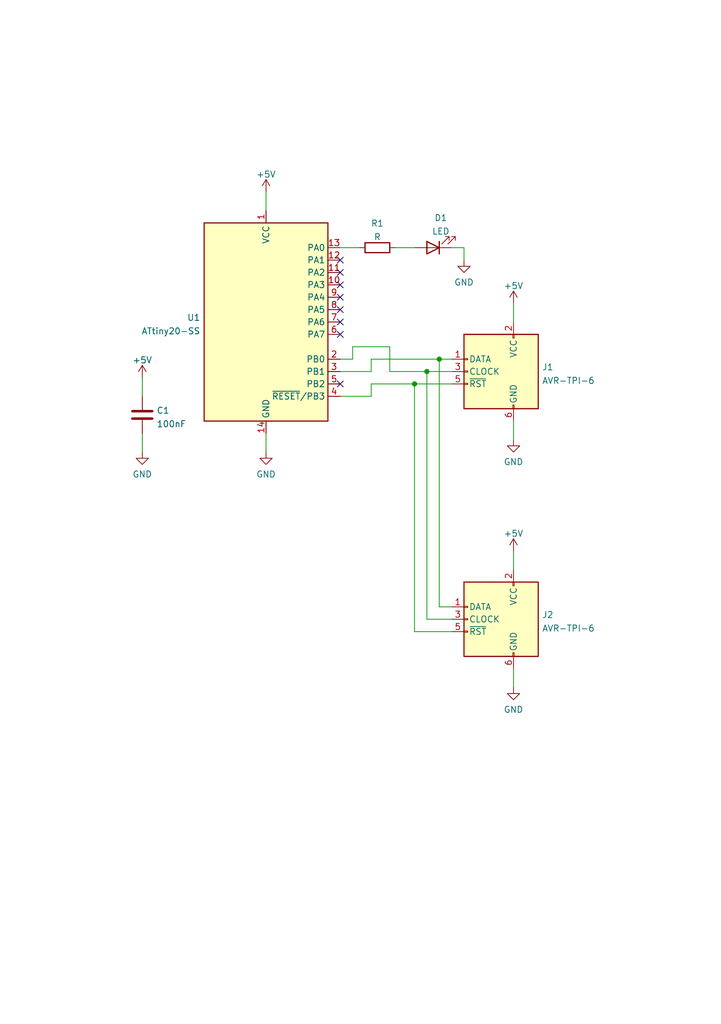
<source format=kicad_sch>
(kicad_sch (version 20211123) (generator eeschema)

  (uuid e63e39d7-6ac0-4ffd-8aa3-1841a4541b55)

  (paper "A5" portrait)

  (title_block
    (title "eAVR6 Example")
    (company "Nakamura Labs")
    (comment 1 "https://github.com/kiu/eAVR")
  )

  (lib_symbols
    (symbol "Connector:AVR-TPI-6" (pin_names (offset 1.016)) (in_bom yes) (on_board yes)
      (property "Reference" "J" (id 0) (at -6.35 8.89 0)
        (effects (font (size 1.27 1.27)) (justify left))
      )
      (property "Value" "AVR-TPI-6" (id 1) (at 0 8.89 0)
        (effects (font (size 1.27 1.27)) (justify left))
      )
      (property "Footprint" "" (id 2) (at -6.35 -1.27 90)
        (effects (font (size 1.27 1.27)) hide)
      )
      (property "Datasheet" " ~" (id 3) (at -32.385 -13.97 0)
        (effects (font (size 1.27 1.27)) hide)
      )
      (property "ki_keywords" "AVR TPI Connector" (id 4) (at 0 0 0)
        (effects (font (size 1.27 1.27)) hide)
      )
      (property "ki_description" "Atmel 6-pin TPI connector" (id 5) (at 0 0 0)
        (effects (font (size 1.27 1.27)) hide)
      )
      (property "ki_fp_filters" "IDC?Header*2x03* Pin?Header*2x03*" (id 6) (at 0 0 0)
        (effects (font (size 1.27 1.27)) hide)
      )
      (symbol "AVR-TPI-6_0_1"
        (rectangle (start -2.667 -6.858) (end -2.413 -7.62)
          (stroke (width 0) (type default) (color 0 0 0 0))
          (fill (type none))
        )
        (rectangle (start -2.667 7.62) (end -2.413 6.858)
          (stroke (width 0) (type default) (color 0 0 0 0))
          (fill (type none))
        )
        (rectangle (start 7.62 -2.413) (end 6.858 -2.667)
          (stroke (width 0) (type default) (color 0 0 0 0))
          (fill (type none))
        )
        (rectangle (start 7.62 0.127) (end 6.858 -0.127)
          (stroke (width 0) (type default) (color 0 0 0 0))
          (fill (type none))
        )
        (rectangle (start 7.62 2.667) (end 6.858 2.413)
          (stroke (width 0) (type default) (color 0 0 0 0))
          (fill (type none))
        )
        (rectangle (start 7.62 7.62) (end -7.62 -7.62)
          (stroke (width 0.254) (type default) (color 0 0 0 0))
          (fill (type background))
        )
      )
      (symbol "AVR-TPI-6_1_1"
        (pin passive line (at 10.16 2.54 180) (length 2.54)
          (name "DATA" (effects (font (size 1.27 1.27))))
          (number "1" (effects (font (size 1.27 1.27))))
        )
        (pin passive line (at -2.54 10.16 270) (length 2.54)
          (name "VCC" (effects (font (size 1.27 1.27))))
          (number "2" (effects (font (size 1.27 1.27))))
        )
        (pin passive line (at 10.16 0 180) (length 2.54)
          (name "CLOCK" (effects (font (size 1.27 1.27))))
          (number "3" (effects (font (size 1.27 1.27))))
        )
        (pin no_connect line (at 7.62 -5.08 180) (length 2.54) hide
          (name "NC" (effects (font (size 1.27 1.27))))
          (number "4" (effects (font (size 1.27 1.27))))
        )
        (pin passive line (at 10.16 -2.54 180) (length 2.54)
          (name "~{RST}" (effects (font (size 1.27 1.27))))
          (number "5" (effects (font (size 1.27 1.27))))
        )
        (pin passive line (at -2.54 -10.16 90) (length 2.54)
          (name "GND" (effects (font (size 1.27 1.27))))
          (number "6" (effects (font (size 1.27 1.27))))
        )
      )
    )
    (symbol "Device:C" (pin_numbers hide) (pin_names (offset 0.254)) (in_bom yes) (on_board yes)
      (property "Reference" "C" (id 0) (at 0.635 2.54 0)
        (effects (font (size 1.27 1.27)) (justify left))
      )
      (property "Value" "C" (id 1) (at 0.635 -2.54 0)
        (effects (font (size 1.27 1.27)) (justify left))
      )
      (property "Footprint" "" (id 2) (at 0.9652 -3.81 0)
        (effects (font (size 1.27 1.27)) hide)
      )
      (property "Datasheet" "~" (id 3) (at 0 0 0)
        (effects (font (size 1.27 1.27)) hide)
      )
      (property "ki_keywords" "cap capacitor" (id 4) (at 0 0 0)
        (effects (font (size 1.27 1.27)) hide)
      )
      (property "ki_description" "Unpolarized capacitor" (id 5) (at 0 0 0)
        (effects (font (size 1.27 1.27)) hide)
      )
      (property "ki_fp_filters" "C_*" (id 6) (at 0 0 0)
        (effects (font (size 1.27 1.27)) hide)
      )
      (symbol "C_0_1"
        (polyline
          (pts
            (xy -2.032 -0.762)
            (xy 2.032 -0.762)
          )
          (stroke (width 0.508) (type default) (color 0 0 0 0))
          (fill (type none))
        )
        (polyline
          (pts
            (xy -2.032 0.762)
            (xy 2.032 0.762)
          )
          (stroke (width 0.508) (type default) (color 0 0 0 0))
          (fill (type none))
        )
      )
      (symbol "C_1_1"
        (pin passive line (at 0 3.81 270) (length 2.794)
          (name "~" (effects (font (size 1.27 1.27))))
          (number "1" (effects (font (size 1.27 1.27))))
        )
        (pin passive line (at 0 -3.81 90) (length 2.794)
          (name "~" (effects (font (size 1.27 1.27))))
          (number "2" (effects (font (size 1.27 1.27))))
        )
      )
    )
    (symbol "Device:LED" (pin_numbers hide) (pin_names (offset 1.016) hide) (in_bom yes) (on_board yes)
      (property "Reference" "D" (id 0) (at 0 2.54 0)
        (effects (font (size 1.27 1.27)))
      )
      (property "Value" "LED" (id 1) (at 0 -2.54 0)
        (effects (font (size 1.27 1.27)))
      )
      (property "Footprint" "" (id 2) (at 0 0 0)
        (effects (font (size 1.27 1.27)) hide)
      )
      (property "Datasheet" "~" (id 3) (at 0 0 0)
        (effects (font (size 1.27 1.27)) hide)
      )
      (property "ki_keywords" "LED diode" (id 4) (at 0 0 0)
        (effects (font (size 1.27 1.27)) hide)
      )
      (property "ki_description" "Light emitting diode" (id 5) (at 0 0 0)
        (effects (font (size 1.27 1.27)) hide)
      )
      (property "ki_fp_filters" "LED* LED_SMD:* LED_THT:*" (id 6) (at 0 0 0)
        (effects (font (size 1.27 1.27)) hide)
      )
      (symbol "LED_0_1"
        (polyline
          (pts
            (xy -1.27 -1.27)
            (xy -1.27 1.27)
          )
          (stroke (width 0.254) (type default) (color 0 0 0 0))
          (fill (type none))
        )
        (polyline
          (pts
            (xy -1.27 0)
            (xy 1.27 0)
          )
          (stroke (width 0) (type default) (color 0 0 0 0))
          (fill (type none))
        )
        (polyline
          (pts
            (xy 1.27 -1.27)
            (xy 1.27 1.27)
            (xy -1.27 0)
            (xy 1.27 -1.27)
          )
          (stroke (width 0.254) (type default) (color 0 0 0 0))
          (fill (type none))
        )
        (polyline
          (pts
            (xy -3.048 -0.762)
            (xy -4.572 -2.286)
            (xy -3.81 -2.286)
            (xy -4.572 -2.286)
            (xy -4.572 -1.524)
          )
          (stroke (width 0) (type default) (color 0 0 0 0))
          (fill (type none))
        )
        (polyline
          (pts
            (xy -1.778 -0.762)
            (xy -3.302 -2.286)
            (xy -2.54 -2.286)
            (xy -3.302 -2.286)
            (xy -3.302 -1.524)
          )
          (stroke (width 0) (type default) (color 0 0 0 0))
          (fill (type none))
        )
      )
      (symbol "LED_1_1"
        (pin passive line (at -3.81 0 0) (length 2.54)
          (name "K" (effects (font (size 1.27 1.27))))
          (number "1" (effects (font (size 1.27 1.27))))
        )
        (pin passive line (at 3.81 0 180) (length 2.54)
          (name "A" (effects (font (size 1.27 1.27))))
          (number "2" (effects (font (size 1.27 1.27))))
        )
      )
    )
    (symbol "Device:R" (pin_numbers hide) (pin_names (offset 0)) (in_bom yes) (on_board yes)
      (property "Reference" "R" (id 0) (at 2.032 0 90)
        (effects (font (size 1.27 1.27)))
      )
      (property "Value" "R" (id 1) (at 0 0 90)
        (effects (font (size 1.27 1.27)))
      )
      (property "Footprint" "" (id 2) (at -1.778 0 90)
        (effects (font (size 1.27 1.27)) hide)
      )
      (property "Datasheet" "~" (id 3) (at 0 0 0)
        (effects (font (size 1.27 1.27)) hide)
      )
      (property "ki_keywords" "R res resistor" (id 4) (at 0 0 0)
        (effects (font (size 1.27 1.27)) hide)
      )
      (property "ki_description" "Resistor" (id 5) (at 0 0 0)
        (effects (font (size 1.27 1.27)) hide)
      )
      (property "ki_fp_filters" "R_*" (id 6) (at 0 0 0)
        (effects (font (size 1.27 1.27)) hide)
      )
      (symbol "R_0_1"
        (rectangle (start -1.016 -2.54) (end 1.016 2.54)
          (stroke (width 0.254) (type default) (color 0 0 0 0))
          (fill (type none))
        )
      )
      (symbol "R_1_1"
        (pin passive line (at 0 3.81 270) (length 1.27)
          (name "~" (effects (font (size 1.27 1.27))))
          (number "1" (effects (font (size 1.27 1.27))))
        )
        (pin passive line (at 0 -3.81 90) (length 1.27)
          (name "~" (effects (font (size 1.27 1.27))))
          (number "2" (effects (font (size 1.27 1.27))))
        )
      )
    )
    (symbol "MCU_Microchip_ATtiny:ATtiny20-SS" (in_bom yes) (on_board yes)
      (property "Reference" "U" (id 0) (at -12.7 21.59 0)
        (effects (font (size 1.27 1.27)) (justify left bottom))
      )
      (property "Value" "ATtiny20-SS" (id 1) (at 2.54 -21.59 0)
        (effects (font (size 1.27 1.27)) (justify left top))
      )
      (property "Footprint" "Package_SO:SOIC-14_3.9x8.7mm_P1.27mm" (id 2) (at 0 0 0)
        (effects (font (size 1.27 1.27) italic) hide)
      )
      (property "Datasheet" "http://ww1.microchip.com/downloads/en/DeviceDoc/atmel-8235-8-bit-avr-microcontroller-attiny20_datasheet.pdf" (id 3) (at 0 0 0)
        (effects (font (size 1.27 1.27)) hide)
      )
      (property "ki_keywords" "AVR 8bit Microcontroller tinyAVR" (id 4) (at 0 0 0)
        (effects (font (size 1.27 1.27)) hide)
      )
      (property "ki_description" "12MHz, 2kB Flash, 128B SRAM, No EEPROM, SOIC-14" (id 5) (at 0 0 0)
        (effects (font (size 1.27 1.27)) hide)
      )
      (property "ki_fp_filters" "SOIC*3.9x8.7mm*P1.27mm*" (id 6) (at 0 0 0)
        (effects (font (size 1.27 1.27)) hide)
      )
      (symbol "ATtiny20-SS_0_1"
        (rectangle (start -12.7 -20.32) (end 12.7 20.32)
          (stroke (width 0.254) (type default) (color 0 0 0 0))
          (fill (type background))
        )
      )
      (symbol "ATtiny20-SS_1_1"
        (pin power_in line (at 0 22.86 270) (length 2.54)
          (name "VCC" (effects (font (size 1.27 1.27))))
          (number "1" (effects (font (size 1.27 1.27))))
        )
        (pin bidirectional line (at 15.24 7.62 180) (length 2.54)
          (name "PA3" (effects (font (size 1.27 1.27))))
          (number "10" (effects (font (size 1.27 1.27))))
        )
        (pin bidirectional line (at 15.24 10.16 180) (length 2.54)
          (name "PA2" (effects (font (size 1.27 1.27))))
          (number "11" (effects (font (size 1.27 1.27))))
        )
        (pin bidirectional line (at 15.24 12.7 180) (length 2.54)
          (name "PA1" (effects (font (size 1.27 1.27))))
          (number "12" (effects (font (size 1.27 1.27))))
        )
        (pin bidirectional line (at 15.24 15.24 180) (length 2.54)
          (name "PA0" (effects (font (size 1.27 1.27))))
          (number "13" (effects (font (size 1.27 1.27))))
        )
        (pin power_in line (at 0 -22.86 90) (length 2.54)
          (name "GND" (effects (font (size 1.27 1.27))))
          (number "14" (effects (font (size 1.27 1.27))))
        )
        (pin bidirectional line (at 15.24 -7.62 180) (length 2.54)
          (name "PB0" (effects (font (size 1.27 1.27))))
          (number "2" (effects (font (size 1.27 1.27))))
        )
        (pin bidirectional line (at 15.24 -10.16 180) (length 2.54)
          (name "PB1" (effects (font (size 1.27 1.27))))
          (number "3" (effects (font (size 1.27 1.27))))
        )
        (pin bidirectional line (at 15.24 -15.24 180) (length 2.54)
          (name "~{RESET}/PB3" (effects (font (size 1.27 1.27))))
          (number "4" (effects (font (size 1.27 1.27))))
        )
        (pin bidirectional line (at 15.24 -12.7 180) (length 2.54)
          (name "PB2" (effects (font (size 1.27 1.27))))
          (number "5" (effects (font (size 1.27 1.27))))
        )
        (pin bidirectional line (at 15.24 -2.54 180) (length 2.54)
          (name "PA7" (effects (font (size 1.27 1.27))))
          (number "6" (effects (font (size 1.27 1.27))))
        )
        (pin bidirectional line (at 15.24 0 180) (length 2.54)
          (name "PA6" (effects (font (size 1.27 1.27))))
          (number "7" (effects (font (size 1.27 1.27))))
        )
        (pin bidirectional line (at 15.24 2.54 180) (length 2.54)
          (name "PA5" (effects (font (size 1.27 1.27))))
          (number "8" (effects (font (size 1.27 1.27))))
        )
        (pin bidirectional line (at 15.24 5.08 180) (length 2.54)
          (name "PA4" (effects (font (size 1.27 1.27))))
          (number "9" (effects (font (size 1.27 1.27))))
        )
      )
    )
    (symbol "power:+5V" (power) (pin_names (offset 0)) (in_bom yes) (on_board yes)
      (property "Reference" "#PWR" (id 0) (at 0 -3.81 0)
        (effects (font (size 1.27 1.27)) hide)
      )
      (property "Value" "+5V" (id 1) (at 0 3.556 0)
        (effects (font (size 1.27 1.27)))
      )
      (property "Footprint" "" (id 2) (at 0 0 0)
        (effects (font (size 1.27 1.27)) hide)
      )
      (property "Datasheet" "" (id 3) (at 0 0 0)
        (effects (font (size 1.27 1.27)) hide)
      )
      (property "ki_keywords" "power-flag" (id 4) (at 0 0 0)
        (effects (font (size 1.27 1.27)) hide)
      )
      (property "ki_description" "Power symbol creates a global label with name \"+5V\"" (id 5) (at 0 0 0)
        (effects (font (size 1.27 1.27)) hide)
      )
      (symbol "+5V_0_1"
        (polyline
          (pts
            (xy -0.762 1.27)
            (xy 0 2.54)
          )
          (stroke (width 0) (type default) (color 0 0 0 0))
          (fill (type none))
        )
        (polyline
          (pts
            (xy 0 0)
            (xy 0 2.54)
          )
          (stroke (width 0) (type default) (color 0 0 0 0))
          (fill (type none))
        )
        (polyline
          (pts
            (xy 0 2.54)
            (xy 0.762 1.27)
          )
          (stroke (width 0) (type default) (color 0 0 0 0))
          (fill (type none))
        )
      )
      (symbol "+5V_1_1"
        (pin power_in line (at 0 0 90) (length 0) hide
          (name "+5V" (effects (font (size 1.27 1.27))))
          (number "1" (effects (font (size 1.27 1.27))))
        )
      )
    )
    (symbol "power:GND" (power) (pin_names (offset 0)) (in_bom yes) (on_board yes)
      (property "Reference" "#PWR" (id 0) (at 0 -6.35 0)
        (effects (font (size 1.27 1.27)) hide)
      )
      (property "Value" "GND" (id 1) (at 0 -3.81 0)
        (effects (font (size 1.27 1.27)))
      )
      (property "Footprint" "" (id 2) (at 0 0 0)
        (effects (font (size 1.27 1.27)) hide)
      )
      (property "Datasheet" "" (id 3) (at 0 0 0)
        (effects (font (size 1.27 1.27)) hide)
      )
      (property "ki_keywords" "power-flag" (id 4) (at 0 0 0)
        (effects (font (size 1.27 1.27)) hide)
      )
      (property "ki_description" "Power symbol creates a global label with name \"GND\" , ground" (id 5) (at 0 0 0)
        (effects (font (size 1.27 1.27)) hide)
      )
      (symbol "GND_0_1"
        (polyline
          (pts
            (xy 0 0)
            (xy 0 -1.27)
            (xy 1.27 -1.27)
            (xy 0 -2.54)
            (xy -1.27 -1.27)
            (xy 0 -1.27)
          )
          (stroke (width 0) (type default) (color 0 0 0 0))
          (fill (type none))
        )
      )
      (symbol "GND_1_1"
        (pin power_in line (at 0 0 270) (length 0) hide
          (name "GND" (effects (font (size 1.27 1.27))))
          (number "1" (effects (font (size 1.27 1.27))))
        )
      )
    )
  )

  (junction (at 87.63 76.2) (diameter 0) (color 0 0 0 0)
    (uuid 0a2b9c3e-f5be-4138-abde-b3a5849510cd)
  )
  (junction (at 90.17 73.66) (diameter 0) (color 0 0 0 0)
    (uuid 0e8d9b86-b6ae-4a6b-ad6e-1e118b122a5a)
  )
  (junction (at 85.09 78.74) (diameter 0) (color 0 0 0 0)
    (uuid 9b0a467a-0c0b-438d-aace-9897fb5dba07)
  )

  (no_connect (at 69.85 53.34) (uuid a71bbb0c-8bf6-47f2-889e-4ba7c9d6b81d))
  (no_connect (at 69.85 60.96) (uuid a71bbb0c-8bf6-47f2-889e-4ba7c9d6b81d))
  (no_connect (at 69.85 58.42) (uuid a71bbb0c-8bf6-47f2-889e-4ba7c9d6b81d))
  (no_connect (at 69.85 55.88) (uuid a71bbb0c-8bf6-47f2-889e-4ba7c9d6b81d))
  (no_connect (at 69.85 78.74) (uuid a71bbb0c-8bf6-47f2-889e-4ba7c9d6b81d))
  (no_connect (at 69.85 63.5) (uuid a71bbb0c-8bf6-47f2-889e-4ba7c9d6b81d))
  (no_connect (at 69.85 68.58) (uuid a71bbb0c-8bf6-47f2-889e-4ba7c9d6b81d))
  (no_connect (at 69.85 66.04) (uuid a71bbb0c-8bf6-47f2-889e-4ba7c9d6b81d))

  (wire (pts (xy 90.17 73.66) (xy 92.71 73.66))
    (stroke (width 0) (type default) (color 0 0 0 0))
    (uuid 03e5f15d-5475-464e-9467-3625632dd1d5)
  )
  (wire (pts (xy 105.41 113.03) (xy 105.41 116.84))
    (stroke (width 0) (type default) (color 0 0 0 0))
    (uuid 083154c7-a8c7-4d3e-a8f6-355b60c22ce4)
  )
  (wire (pts (xy 81.28 50.8) (xy 85.09 50.8))
    (stroke (width 0) (type default) (color 0 0 0 0))
    (uuid 15a5a11b-0ea1-4f6e-b356-cc2d530615ed)
  )
  (wire (pts (xy 72.39 71.12) (xy 72.39 73.66))
    (stroke (width 0) (type default) (color 0 0 0 0))
    (uuid 181f5d33-c7df-43a7-9df2-2af425304845)
  )
  (wire (pts (xy 76.2 78.74) (xy 85.09 78.74))
    (stroke (width 0) (type default) (color 0 0 0 0))
    (uuid 182928b8-184b-4aa5-bf9d-d92eb89c0029)
  )
  (wire (pts (xy 90.17 124.46) (xy 90.17 73.66))
    (stroke (width 0) (type default) (color 0 0 0 0))
    (uuid 1aa35c43-54e8-4964-8ad9-d7d50decf48e)
  )
  (wire (pts (xy 105.41 62.23) (xy 105.41 66.04))
    (stroke (width 0) (type default) (color 0 0 0 0))
    (uuid 1ef9e351-5049-45a5-89ec-dabd37aec07c)
  )
  (wire (pts (xy 29.21 77.47) (xy 29.21 81.28))
    (stroke (width 0) (type default) (color 0 0 0 0))
    (uuid 3768cce7-1e64-480e-bb38-0c6794a852ac)
  )
  (wire (pts (xy 69.85 76.2) (xy 76.2 76.2))
    (stroke (width 0) (type default) (color 0 0 0 0))
    (uuid 3e2a32e5-b5c7-4c0d-a0d4-45f64321c610)
  )
  (wire (pts (xy 54.61 39.37) (xy 54.61 43.18))
    (stroke (width 0) (type default) (color 0 0 0 0))
    (uuid 3f02b955-c489-4feb-aad2-8789da11c093)
  )
  (wire (pts (xy 105.41 137.16) (xy 105.41 140.97))
    (stroke (width 0) (type default) (color 0 0 0 0))
    (uuid 43e94c1d-33d9-4e5c-b6ec-a53903c476f5)
  )
  (wire (pts (xy 85.09 129.54) (xy 85.09 78.74))
    (stroke (width 0) (type default) (color 0 0 0 0))
    (uuid 4409ef40-6921-4b79-aa25-474f44642cfb)
  )
  (wire (pts (xy 80.01 71.12) (xy 80.01 76.2))
    (stroke (width 0) (type default) (color 0 0 0 0))
    (uuid 561d6757-0026-4bb5-8493-3301b2a64066)
  )
  (wire (pts (xy 80.01 76.2) (xy 87.63 76.2))
    (stroke (width 0) (type default) (color 0 0 0 0))
    (uuid 59c2cab0-b4bb-4b86-93cc-cb2e211e6222)
  )
  (wire (pts (xy 69.85 81.28) (xy 76.2 81.28))
    (stroke (width 0) (type default) (color 0 0 0 0))
    (uuid 5d7a19ae-3c9f-46b3-a4e8-6e8bd7aeccd4)
  )
  (wire (pts (xy 54.61 88.9) (xy 54.61 92.71))
    (stroke (width 0) (type default) (color 0 0 0 0))
    (uuid 6c631ffb-c14a-464f-98d0-861e8473a58d)
  )
  (wire (pts (xy 76.2 73.66) (xy 90.17 73.66))
    (stroke (width 0) (type default) (color 0 0 0 0))
    (uuid 6e5ed149-f438-4fd7-b402-0b1b4c64c4e7)
  )
  (wire (pts (xy 92.71 124.46) (xy 90.17 124.46))
    (stroke (width 0) (type default) (color 0 0 0 0))
    (uuid 76b92047-fcde-43e9-8e02-594383a2bc1d)
  )
  (wire (pts (xy 29.21 88.9) (xy 29.21 92.71))
    (stroke (width 0) (type default) (color 0 0 0 0))
    (uuid 778b0e81-d70b-4705-ae45-b4c475c88dab)
  )
  (wire (pts (xy 87.63 76.2) (xy 92.71 76.2))
    (stroke (width 0) (type default) (color 0 0 0 0))
    (uuid 835edf9e-d101-49f8-a868-a3e61142c1e9)
  )
  (wire (pts (xy 105.41 86.36) (xy 105.41 90.17))
    (stroke (width 0) (type default) (color 0 0 0 0))
    (uuid ac8e21f9-e1ef-4589-a5a8-9a254cf1f54c)
  )
  (wire (pts (xy 87.63 127) (xy 87.63 76.2))
    (stroke (width 0) (type default) (color 0 0 0 0))
    (uuid ad5de2dd-73a8-4a8a-a60a-bba78ddbbf24)
  )
  (wire (pts (xy 85.09 78.74) (xy 92.71 78.74))
    (stroke (width 0) (type default) (color 0 0 0 0))
    (uuid c285a3d4-9888-4cdb-b5a2-b6caaabce8f2)
  )
  (wire (pts (xy 92.71 50.8) (xy 95.25 50.8))
    (stroke (width 0) (type default) (color 0 0 0 0))
    (uuid c7db4903-f95a-49f5-bcce-c52f0ca8defc)
  )
  (wire (pts (xy 69.85 50.8) (xy 73.66 50.8))
    (stroke (width 0) (type default) (color 0 0 0 0))
    (uuid c8b93f12-bc5c-4ce5-b954-377d903895f1)
  )
  (wire (pts (xy 76.2 81.28) (xy 76.2 78.74))
    (stroke (width 0) (type default) (color 0 0 0 0))
    (uuid d6d8d28a-e160-4985-8435-feeee6426cd4)
  )
  (wire (pts (xy 92.71 129.54) (xy 85.09 129.54))
    (stroke (width 0) (type default) (color 0 0 0 0))
    (uuid dddf5e61-a1a8-4da3-a85d-24ef97b5bf76)
  )
  (wire (pts (xy 76.2 76.2) (xy 76.2 73.66))
    (stroke (width 0) (type default) (color 0 0 0 0))
    (uuid e3f4512d-3d0e-4eb2-8afe-f62c4a620f65)
  )
  (wire (pts (xy 92.71 127) (xy 87.63 127))
    (stroke (width 0) (type default) (color 0 0 0 0))
    (uuid ea387b16-bd5c-44dc-a03a-c1e3c1aad828)
  )
  (wire (pts (xy 95.25 50.8) (xy 95.25 53.34))
    (stroke (width 0) (type default) (color 0 0 0 0))
    (uuid eb7e294c-b398-413b-8b78-85a66ed5f3ea)
  )
  (wire (pts (xy 72.39 73.66) (xy 69.85 73.66))
    (stroke (width 0) (type default) (color 0 0 0 0))
    (uuid ee426ba5-5805-4b6f-8e78-60387fd503d2)
  )
  (wire (pts (xy 80.01 71.12) (xy 72.39 71.12))
    (stroke (width 0) (type default) (color 0 0 0 0))
    (uuid f3bc2791-edf4-4b72-86f4-f6624b0cced0)
  )

  (symbol (lib_id "power:GND") (at 105.41 140.97 0) (unit 1)
    (in_bom yes) (on_board yes) (fields_autoplaced)
    (uuid 04f25470-ddeb-41ae-bfe1-5dbe6d4edf2b)
    (property "Reference" "#PWR09" (id 0) (at 105.41 147.32 0)
      (effects (font (size 1.27 1.27)) hide)
    )
    (property "Value" "GND" (id 1) (at 105.41 145.5325 0))
    (property "Footprint" "" (id 2) (at 105.41 140.97 0)
      (effects (font (size 1.27 1.27)) hide)
    )
    (property "Datasheet" "" (id 3) (at 105.41 140.97 0)
      (effects (font (size 1.27 1.27)) hide)
    )
    (pin "1" (uuid f1da67ce-96e2-4c58-a304-e204bdf05f17))
  )

  (symbol (lib_id "Device:C") (at 29.21 85.09 0) (unit 1)
    (in_bom yes) (on_board yes) (fields_autoplaced)
    (uuid 08ac4c42-16f0-4513-b91e-bf0b3a111257)
    (property "Reference" "C1" (id 0) (at 32.131 84.1815 0)
      (effects (font (size 1.27 1.27)) (justify left))
    )
    (property "Value" "100nF" (id 1) (at 32.131 86.9566 0)
      (effects (font (size 1.27 1.27)) (justify left))
    )
    (property "Footprint" "Capacitor_SMD:C_0805_2012Metric" (id 2) (at 30.1752 88.9 0)
      (effects (font (size 1.27 1.27)) hide)
    )
    (property "Datasheet" "~" (id 3) (at 29.21 85.09 0)
      (effects (font (size 1.27 1.27)) hide)
    )
    (pin "1" (uuid 4fc3183f-297c-42b7-b3bd-25a9ea18c844))
    (pin "2" (uuid 9b315454-a4a0-4952-bdbe-d4a8e96c16f9))
  )

  (symbol (lib_id "power:GND") (at 105.41 90.17 0) (unit 1)
    (in_bom yes) (on_board yes) (fields_autoplaced)
    (uuid 2a8858da-ccc3-410b-a14d-b37ea98ed66b)
    (property "Reference" "#PWR07" (id 0) (at 105.41 96.52 0)
      (effects (font (size 1.27 1.27)) hide)
    )
    (property "Value" "GND" (id 1) (at 105.41 94.7325 0))
    (property "Footprint" "" (id 2) (at 105.41 90.17 0)
      (effects (font (size 1.27 1.27)) hide)
    )
    (property "Datasheet" "" (id 3) (at 105.41 90.17 0)
      (effects (font (size 1.27 1.27)) hide)
    )
    (pin "1" (uuid 7c48ef29-ee69-46f5-952c-175fbdd019c7))
  )

  (symbol (lib_id "power:+5V") (at 29.21 77.47 0) (unit 1)
    (in_bom yes) (on_board yes) (fields_autoplaced)
    (uuid 5dffd1d6-faf9-418e-b9a0-84fb6b6b4454)
    (property "Reference" "#PWR01" (id 0) (at 29.21 81.28 0)
      (effects (font (size 1.27 1.27)) hide)
    )
    (property "Value" "+5V" (id 1) (at 29.21 73.8655 0))
    (property "Footprint" "" (id 2) (at 29.21 77.47 0)
      (effects (font (size 1.27 1.27)) hide)
    )
    (property "Datasheet" "" (id 3) (at 29.21 77.47 0)
      (effects (font (size 1.27 1.27)) hide)
    )
    (pin "1" (uuid 55fa5fa0-9426-4801-b40c-682e71189d8a))
  )

  (symbol (lib_id "power:GND") (at 95.25 53.34 0) (unit 1)
    (in_bom yes) (on_board yes) (fields_autoplaced)
    (uuid 7043f61a-4f1e-4cab-9031-a6449e41a893)
    (property "Reference" "#PWR05" (id 0) (at 95.25 59.69 0)
      (effects (font (size 1.27 1.27)) hide)
    )
    (property "Value" "GND" (id 1) (at 95.25 57.9025 0))
    (property "Footprint" "" (id 2) (at 95.25 53.34 0)
      (effects (font (size 1.27 1.27)) hide)
    )
    (property "Datasheet" "" (id 3) (at 95.25 53.34 0)
      (effects (font (size 1.27 1.27)) hide)
    )
    (pin "1" (uuid de438bc3-2eba-4b9f-95e9-35ce5db157f6))
  )

  (symbol (lib_id "power:GND") (at 54.61 92.71 0) (unit 1)
    (in_bom yes) (on_board yes) (fields_autoplaced)
    (uuid 7d2422a2-6679-4b2f-b253-47eef0da2414)
    (property "Reference" "#PWR04" (id 0) (at 54.61 99.06 0)
      (effects (font (size 1.27 1.27)) hide)
    )
    (property "Value" "GND" (id 1) (at 54.61 97.2725 0))
    (property "Footprint" "" (id 2) (at 54.61 92.71 0)
      (effects (font (size 1.27 1.27)) hide)
    )
    (property "Datasheet" "" (id 3) (at 54.61 92.71 0)
      (effects (font (size 1.27 1.27)) hide)
    )
    (pin "1" (uuid 4c144ffa-02d0-42da-aef1-f5175cbde9c0))
  )

  (symbol (lib_id "Device:R") (at 77.47 50.8 90) (unit 1)
    (in_bom yes) (on_board yes) (fields_autoplaced)
    (uuid 89fb4a63-a18d-4c7e-be12-f061ef4bf0c0)
    (property "Reference" "R1" (id 0) (at 77.47 45.8175 90))
    (property "Value" "R" (id 1) (at 77.47 48.5926 90))
    (property "Footprint" "Resistor_SMD:R_0805_2012Metric" (id 2) (at 77.47 52.578 90)
      (effects (font (size 1.27 1.27)) hide)
    )
    (property "Datasheet" "~" (id 3) (at 77.47 50.8 0)
      (effects (font (size 1.27 1.27)) hide)
    )
    (pin "1" (uuid 4ef07d45-f940-4cb6-bb96-2ddec13fd099))
    (pin "2" (uuid fe1ad3bd-92cc-4e1c-8cc9-a77278095945))
  )

  (symbol (lib_id "Device:LED") (at 88.9 50.8 180) (unit 1)
    (in_bom yes) (on_board yes)
    (uuid 96ee9b8e-4543-4639-b9ea-44b8baaaf94e)
    (property "Reference" "D1" (id 0) (at 90.4875 44.6745 0))
    (property "Value" "LED" (id 1) (at 90.4875 47.4496 0))
    (property "Footprint" "LED_SMD:LED_0805_2012Metric" (id 2) (at 88.9 50.8 0)
      (effects (font (size 1.27 1.27)) hide)
    )
    (property "Datasheet" "~" (id 3) (at 88.9 50.8 0)
      (effects (font (size 1.27 1.27)) hide)
    )
    (pin "1" (uuid bab3431c-ede6-417b-8033-763748a11a9f))
    (pin "2" (uuid 5f059fcf-8990-4db3-9058-7f232d9600e1))
  )

  (symbol (lib_id "power:+5V") (at 105.41 113.03 0) (unit 1)
    (in_bom yes) (on_board yes) (fields_autoplaced)
    (uuid a2044216-01c9-4d83-a899-f7f0f7871165)
    (property "Reference" "#PWR08" (id 0) (at 105.41 116.84 0)
      (effects (font (size 1.27 1.27)) hide)
    )
    (property "Value" "+5V" (id 1) (at 105.41 109.4255 0))
    (property "Footprint" "" (id 2) (at 105.41 113.03 0)
      (effects (font (size 1.27 1.27)) hide)
    )
    (property "Datasheet" "" (id 3) (at 105.41 113.03 0)
      (effects (font (size 1.27 1.27)) hide)
    )
    (pin "1" (uuid cdac6bae-a2d0-4471-918a-5ff1d255a7a1))
  )

  (symbol (lib_id "Connector:AVR-TPI-6") (at 102.87 127 0) (mirror y) (unit 1)
    (in_bom yes) (on_board yes) (fields_autoplaced)
    (uuid a6737569-4a8a-4bb5-906c-dcd0edde0ed0)
    (property "Reference" "J2" (id 0) (at 111.252 126.0915 0)
      (effects (font (size 1.27 1.27)) (justify right))
    )
    (property "Value" "AVR-TPI-6" (id 1) (at 111.252 128.8666 0)
      (effects (font (size 1.27 1.27)) (justify right))
    )
    (property "Footprint" "eAVR:eAVR6" (id 2) (at 109.22 128.27 90)
      (effects (font (size 1.27 1.27)) hide)
    )
    (property "Datasheet" " ~" (id 3) (at 135.255 140.97 0)
      (effects (font (size 1.27 1.27)) hide)
    )
    (pin "1" (uuid 220cb04e-5d1d-42a8-a644-f072306e8375))
    (pin "2" (uuid 039d3c65-8672-4bc9-af25-cf35f778d7b1))
    (pin "3" (uuid bc6d437b-1588-4b4a-abea-e29e641c2b80))
    (pin "4" (uuid 80ece006-b95c-4f73-ada8-35426016d36e))
    (pin "5" (uuid 81238cc4-d022-48fe-b7c4-98ede7634144))
    (pin "6" (uuid d36076c1-a84f-4641-acc9-6bab9d8025d4))
  )

  (symbol (lib_id "MCU_Microchip_ATtiny:ATtiny20-SS") (at 54.61 66.04 0) (unit 1)
    (in_bom yes) (on_board yes) (fields_autoplaced)
    (uuid ce23cc72-5707-44ff-8a4f-1512c28ca602)
    (property "Reference" "U1" (id 0) (at 41.148 65.1315 0)
      (effects (font (size 1.27 1.27)) (justify right))
    )
    (property "Value" "ATtiny20-SS" (id 1) (at 41.148 67.9066 0)
      (effects (font (size 1.27 1.27)) (justify right))
    )
    (property "Footprint" "Package_SO:SOIC-14_3.9x8.7mm_P1.27mm" (id 2) (at 54.61 66.04 0)
      (effects (font (size 1.27 1.27) italic) hide)
    )
    (property "Datasheet" "http://ww1.microchip.com/downloads/en/DeviceDoc/atmel-8235-8-bit-avr-microcontroller-attiny20_datasheet.pdf" (id 3) (at 54.61 66.04 0)
      (effects (font (size 1.27 1.27)) hide)
    )
    (pin "1" (uuid 8fd2453d-9dcb-42d4-be0e-4e17cf094c8a))
    (pin "10" (uuid 9e10d7da-7e44-4b95-bd4e-24e1819e2ea4))
    (pin "11" (uuid 3321feb0-e25c-48f1-b417-843cc0d0fc5d))
    (pin "12" (uuid 48ffa39d-adda-4d9d-99bf-b54fa3fc4beb))
    (pin "13" (uuid 9c6faf73-17a6-4de9-87e9-d629e939d419))
    (pin "14" (uuid aaf5283a-c22d-4b03-a805-070b14b8cb76))
    (pin "2" (uuid b49f564c-98fb-412a-addf-30790a07cc53))
    (pin "3" (uuid 1b2afd57-d1a0-4fee-a173-2bd4ec4407d2))
    (pin "4" (uuid 02a08a24-751b-4ad4-b6b1-621603af88cc))
    (pin "5" (uuid 9cf208e8-00e0-47b5-9285-5ce79e785d0c))
    (pin "6" (uuid 63420c3c-6801-4759-a776-ff81ba2f37e9))
    (pin "7" (uuid 3becf58c-a2dc-4ce5-84ad-69a317032a70))
    (pin "8" (uuid d65ba292-b268-42a5-a061-0e88d0182625))
    (pin "9" (uuid e3554aeb-1af0-4b08-aab1-14040d5a9b31))
  )

  (symbol (lib_id "Connector:AVR-TPI-6") (at 102.87 76.2 0) (mirror y) (unit 1)
    (in_bom yes) (on_board yes) (fields_autoplaced)
    (uuid cfe4d086-1505-4796-91fc-d30ba677e465)
    (property "Reference" "J1" (id 0) (at 111.252 75.2915 0)
      (effects (font (size 1.27 1.27)) (justify right))
    )
    (property "Value" "AVR-TPI-6" (id 1) (at 111.252 78.0666 0)
      (effects (font (size 1.27 1.27)) (justify right))
    )
    (property "Footprint" "eAVR:eAVR6" (id 2) (at 109.22 77.47 90)
      (effects (font (size 1.27 1.27)) hide)
    )
    (property "Datasheet" " ~" (id 3) (at 135.255 90.17 0)
      (effects (font (size 1.27 1.27)) hide)
    )
    (pin "1" (uuid 0e32c783-c2ef-4b34-a909-43c6e3544d6c))
    (pin "2" (uuid c746363f-d726-4ee9-98c8-8c879f81ea64))
    (pin "3" (uuid fd9ff6d5-9ec7-4aec-816d-38739949fe3c))
    (pin "4" (uuid d1d2c831-5d76-4a3e-bc1a-ea0570497f82))
    (pin "5" (uuid a832ac07-79cb-4f59-bfca-e32a60417350))
    (pin "6" (uuid 182e05da-c7b5-4fdf-acf4-17e82ecd80bb))
  )

  (symbol (lib_id "power:GND") (at 29.21 92.71 0) (unit 1)
    (in_bom yes) (on_board yes) (fields_autoplaced)
    (uuid e463ba2a-1cbc-4995-82d8-59710b3fcd2f)
    (property "Reference" "#PWR02" (id 0) (at 29.21 99.06 0)
      (effects (font (size 1.27 1.27)) hide)
    )
    (property "Value" "GND" (id 1) (at 29.21 97.2725 0))
    (property "Footprint" "" (id 2) (at 29.21 92.71 0)
      (effects (font (size 1.27 1.27)) hide)
    )
    (property "Datasheet" "" (id 3) (at 29.21 92.71 0)
      (effects (font (size 1.27 1.27)) hide)
    )
    (pin "1" (uuid d3dd0ba2-2496-4e95-8d54-12ee57bcbce2))
  )

  (symbol (lib_id "power:+5V") (at 54.61 39.37 0) (unit 1)
    (in_bom yes) (on_board yes) (fields_autoplaced)
    (uuid f240e733-157e-4a15-812f-78f42d8a8322)
    (property "Reference" "#PWR03" (id 0) (at 54.61 43.18 0)
      (effects (font (size 1.27 1.27)) hide)
    )
    (property "Value" "+5V" (id 1) (at 54.61 35.7655 0))
    (property "Footprint" "" (id 2) (at 54.61 39.37 0)
      (effects (font (size 1.27 1.27)) hide)
    )
    (property "Datasheet" "" (id 3) (at 54.61 39.37 0)
      (effects (font (size 1.27 1.27)) hide)
    )
    (pin "1" (uuid a4911204-1308-4d17-90a9-1ff5f9c57c9b))
  )

  (symbol (lib_id "power:+5V") (at 105.41 62.23 0) (unit 1)
    (in_bom yes) (on_board yes) (fields_autoplaced)
    (uuid fdb76577-80a0-4623-9be0-1bb819bf34b6)
    (property "Reference" "#PWR06" (id 0) (at 105.41 66.04 0)
      (effects (font (size 1.27 1.27)) hide)
    )
    (property "Value" "+5V" (id 1) (at 105.41 58.6255 0))
    (property "Footprint" "" (id 2) (at 105.41 62.23 0)
      (effects (font (size 1.27 1.27)) hide)
    )
    (property "Datasheet" "" (id 3) (at 105.41 62.23 0)
      (effects (font (size 1.27 1.27)) hide)
    )
    (pin "1" (uuid 73fc6700-1254-4013-aa72-fe05a37ff1b1))
  )

  (sheet_instances
    (path "/" (page "1"))
  )

  (symbol_instances
    (path "/5dffd1d6-faf9-418e-b9a0-84fb6b6b4454"
      (reference "#PWR01") (unit 1) (value "+5V") (footprint "")
    )
    (path "/e463ba2a-1cbc-4995-82d8-59710b3fcd2f"
      (reference "#PWR02") (unit 1) (value "GND") (footprint "")
    )
    (path "/f240e733-157e-4a15-812f-78f42d8a8322"
      (reference "#PWR03") (unit 1) (value "+5V") (footprint "")
    )
    (path "/7d2422a2-6679-4b2f-b253-47eef0da2414"
      (reference "#PWR04") (unit 1) (value "GND") (footprint "")
    )
    (path "/7043f61a-4f1e-4cab-9031-a6449e41a893"
      (reference "#PWR05") (unit 1) (value "GND") (footprint "")
    )
    (path "/fdb76577-80a0-4623-9be0-1bb819bf34b6"
      (reference "#PWR06") (unit 1) (value "+5V") (footprint "")
    )
    (path "/2a8858da-ccc3-410b-a14d-b37ea98ed66b"
      (reference "#PWR07") (unit 1) (value "GND") (footprint "")
    )
    (path "/a2044216-01c9-4d83-a899-f7f0f7871165"
      (reference "#PWR08") (unit 1) (value "+5V") (footprint "")
    )
    (path "/04f25470-ddeb-41ae-bfe1-5dbe6d4edf2b"
      (reference "#PWR09") (unit 1) (value "GND") (footprint "")
    )
    (path "/08ac4c42-16f0-4513-b91e-bf0b3a111257"
      (reference "C1") (unit 1) (value "100nF") (footprint "Capacitor_SMD:C_0805_2012Metric")
    )
    (path "/96ee9b8e-4543-4639-b9ea-44b8baaaf94e"
      (reference "D1") (unit 1) (value "LED") (footprint "LED_SMD:LED_0805_2012Metric")
    )
    (path "/cfe4d086-1505-4796-91fc-d30ba677e465"
      (reference "J1") (unit 1) (value "AVR-TPI-6") (footprint "eAVR:eAVR6")
    )
    (path "/a6737569-4a8a-4bb5-906c-dcd0edde0ed0"
      (reference "J2") (unit 1) (value "AVR-TPI-6") (footprint "eAVR:eAVR6")
    )
    (path "/89fb4a63-a18d-4c7e-be12-f061ef4bf0c0"
      (reference "R1") (unit 1) (value "R") (footprint "Resistor_SMD:R_0805_2012Metric")
    )
    (path "/ce23cc72-5707-44ff-8a4f-1512c28ca602"
      (reference "U1") (unit 1) (value "ATtiny20-SS") (footprint "Package_SO:SOIC-14_3.9x8.7mm_P1.27mm")
    )
  )
)

</source>
